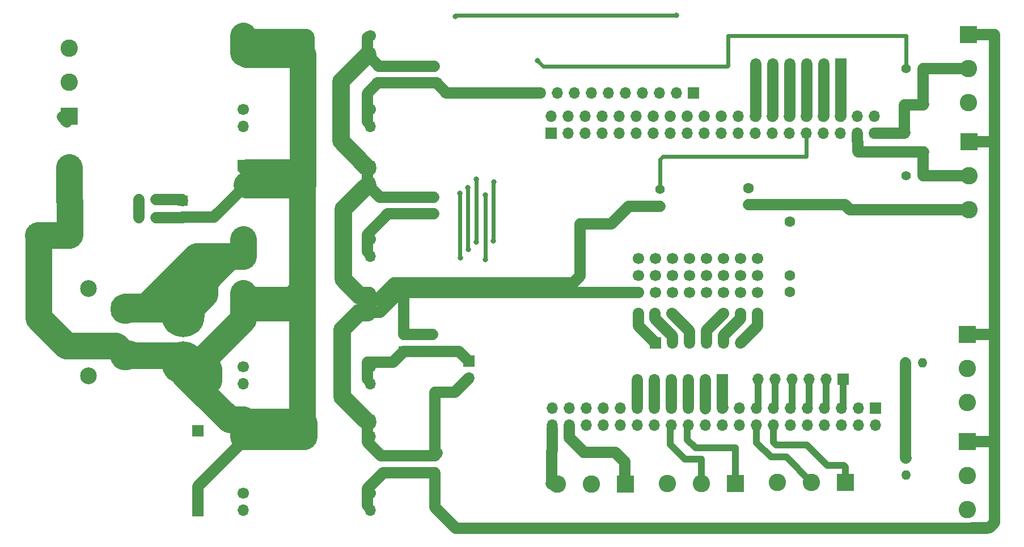
<source format=gbl>
G04 #@! TF.GenerationSoftware,KiCad,Pcbnew,(5.1.4-0-10_14)*
G04 #@! TF.CreationDate,2019-12-13T09:04:00-05:00*
G04 #@! TF.ProjectId,Robot,526f626f-742e-46b6-9963-61645f706362,rev?*
G04 #@! TF.SameCoordinates,Original*
G04 #@! TF.FileFunction,Copper,L2,Bot*
G04 #@! TF.FilePolarity,Positive*
%FSLAX46Y46*%
G04 Gerber Fmt 4.6, Leading zero omitted, Abs format (unit mm)*
G04 Created by KiCad (PCBNEW (5.1.4-0-10_14)) date 2019-12-13 09:04:00*
%MOMM*%
%LPD*%
G04 APERTURE LIST*
%ADD10O,1.700000X1.700000*%
%ADD11R,1.700000X1.700000*%
%ADD12C,6.400000*%
%ADD13C,2.500000*%
%ADD14C,4.500000*%
%ADD15O,1.400000X1.400000*%
%ADD16C,1.400000*%
%ADD17C,1.600000*%
%ADD18R,1.600000X1.600000*%
%ADD19C,1.700000*%
%ADD20C,2.600000*%
%ADD21R,2.600000X2.600000*%
%ADD22C,0.800000*%
%ADD23C,1.700000*%
%ADD24C,2.600000*%
%ADD25C,1.000000*%
%ADD26C,0.600000*%
%ADD27C,4.000000*%
G04 APERTURE END LIST*
D10*
X46860000Y-40600000D03*
X49400000Y-40600000D03*
X51940000Y-40600000D03*
X54480000Y-40600000D03*
X57020000Y-40600000D03*
D11*
X59560000Y-40600000D03*
X3674000Y-37879000D03*
D10*
X3674000Y-40419000D03*
D11*
X-36760000Y-60240000D03*
X-36760000Y-48240000D03*
D12*
X-38990000Y-38070000D03*
X-38990000Y-31070000D03*
D13*
X-53090000Y-40030000D03*
X-53090000Y-27030000D03*
D14*
X-47590000Y-37030000D03*
X-47590000Y-30030000D03*
D15*
X-45540000Y-13750000D03*
D16*
X-43000000Y-13750000D03*
D15*
X-43030000Y-16450000D03*
D16*
X-45570000Y-16450000D03*
D17*
X-39020000Y-16390000D03*
D18*
X-39020000Y-13890000D03*
D10*
X16140000Y-47410000D03*
X16140000Y-44870000D03*
X18680000Y-47410000D03*
X18680000Y-44870000D03*
X21220000Y-47410000D03*
X21220000Y-44870000D03*
X23760000Y-47410000D03*
X23760000Y-44870000D03*
X26300000Y-47410000D03*
X26300000Y-44870000D03*
X28840000Y-47410000D03*
X28840000Y-44870000D03*
X31380000Y-47410000D03*
X31380000Y-44870000D03*
X33920000Y-47410000D03*
X33920000Y-44870000D03*
X36460000Y-47410000D03*
X36460000Y-44870000D03*
X39000000Y-47410000D03*
X39000000Y-44870000D03*
X41540000Y-47410000D03*
X41540000Y-44870000D03*
X44080000Y-47410000D03*
X44080000Y-44870000D03*
X46620000Y-47410000D03*
X46620000Y-44870000D03*
X49160000Y-47410000D03*
X49160000Y-44870000D03*
X51700000Y-47410000D03*
X51700000Y-44870000D03*
X54240000Y-47410000D03*
X54240000Y-44870000D03*
X56780000Y-47410000D03*
X56780000Y-44870000D03*
X59320000Y-47410000D03*
X59320000Y-44870000D03*
X61860000Y-47410000D03*
X61860000Y-44870000D03*
X64400000Y-47410000D03*
D11*
X64400000Y-44870000D03*
D10*
X64260000Y-1300000D03*
X64260000Y-3840000D03*
X61720000Y-1300000D03*
X61720000Y-3840000D03*
X59180000Y-1300000D03*
X59180000Y-3840000D03*
X56640000Y-1300000D03*
X56640000Y-3840000D03*
X54100000Y-1300000D03*
X54100000Y-3840000D03*
X51560000Y-1300000D03*
X51560000Y-3840000D03*
X49020000Y-1300000D03*
X49020000Y-3840000D03*
X46480000Y-1300000D03*
X46480000Y-3840000D03*
X43940000Y-1300000D03*
X43940000Y-3840000D03*
X41400000Y-1300000D03*
X41400000Y-3840000D03*
X38860000Y-1300000D03*
X38860000Y-3840000D03*
X36320000Y-1300000D03*
X36320000Y-3840000D03*
X33780000Y-1300000D03*
X33780000Y-3840000D03*
X31240000Y-1300000D03*
X31240000Y-3840000D03*
X28700000Y-1300000D03*
X28700000Y-3840000D03*
X26160000Y-1300000D03*
X26160000Y-3840000D03*
X23620000Y-1300000D03*
X23620000Y-3840000D03*
X21080000Y-1300000D03*
X21080000Y-3840000D03*
X18540000Y-1300000D03*
X18540000Y-3840000D03*
X16000000Y-1300000D03*
D11*
X16000000Y-3840000D03*
D17*
X-5900000Y6200000D03*
D18*
X-5900000Y3700000D03*
D15*
X68932540Y-54897020D03*
D16*
X68932540Y-52357020D03*
D15*
X71440000Y-38150000D03*
D16*
X68900000Y-38150000D03*
D15*
X71540000Y-10200000D03*
D16*
X69000000Y-10200000D03*
D15*
X71540000Y5800000D03*
D16*
X69000000Y5800000D03*
D19*
X-11000000Y-250000D03*
D10*
X-11000000Y-2790000D03*
X-30000000Y-2790000D03*
D19*
X-30000000Y-250000D03*
D10*
X-11000000Y8210000D03*
D19*
X-11000000Y10750000D03*
D10*
X-30000000Y8210000D03*
D11*
X-30000000Y10750000D03*
D19*
X-11000000Y-19653500D03*
D10*
X-11000000Y-22193500D03*
X-30000000Y-22193500D03*
D19*
X-30000000Y-19653500D03*
D10*
X-11000000Y-11193500D03*
D19*
X-11000000Y-8653500D03*
D10*
X-30000000Y-11193500D03*
D11*
X-30000000Y-8653500D03*
D19*
X-11000000Y-38700000D03*
D10*
X-11000000Y-41240000D03*
X-30000000Y-41240000D03*
D19*
X-30000000Y-38700000D03*
D10*
X-11000000Y-30240000D03*
D19*
X-11000000Y-27700000D03*
D10*
X-30000000Y-30240000D03*
D11*
X-30000000Y-27700000D03*
D19*
X-11000000Y-57600000D03*
D10*
X-11000000Y-60140000D03*
X-30000000Y-60140000D03*
D19*
X-30000000Y-57600000D03*
D10*
X-11000000Y-49140000D03*
D19*
X-11000000Y-46600000D03*
D10*
X-30000000Y-49140000D03*
D11*
X-30000000Y-46600000D03*
D19*
X46780000Y-30780000D03*
X44240000Y-30780000D03*
X41700000Y-30780000D03*
X34000000Y-30780000D03*
X31500000Y-30780000D03*
X29000000Y-30780000D03*
X46780000Y-27580000D03*
X44240000Y-27580000D03*
X41700000Y-27580000D03*
X39160000Y-27580000D03*
X36620000Y-27580000D03*
X34080000Y-27580000D03*
X31540000Y-27580000D03*
X29000000Y-27580000D03*
X46780000Y-25040000D03*
X44240000Y-25040000D03*
X41700000Y-25040000D03*
X39160000Y-25040000D03*
X36620000Y-25040000D03*
X34080000Y-25040000D03*
X31540000Y-25040000D03*
X29000000Y-25040000D03*
X46780000Y-22500000D03*
X44240000Y-22500000D03*
X41700000Y-22500000D03*
X39160000Y-22500000D03*
X36620000Y-22500000D03*
X34080000Y-22500000D03*
X31540000Y-22500000D03*
X29000000Y-22500000D03*
D15*
X32222440Y-14759940D03*
D16*
X32222440Y-12219940D03*
D10*
X28801360Y-40619220D03*
X31341360Y-40619220D03*
X33881360Y-40619220D03*
X36421360Y-40619220D03*
X38961360Y-40619220D03*
D11*
X41501360Y-40619220D03*
D10*
X46500000Y6500000D03*
X49040000Y6500000D03*
X51580000Y6500000D03*
X54120000Y6500000D03*
X56660000Y6500000D03*
D11*
X59200000Y6500000D03*
D17*
X-5900420Y-13372460D03*
D18*
X-5900420Y-15872460D03*
D17*
X-6075680Y-33913440D03*
D18*
X-6075680Y-36413440D03*
D17*
X-6050280Y-52026180D03*
D18*
X-6050280Y-54526180D03*
D17*
X-1430000Y6180000D03*
X-1430000Y3680000D03*
X-1513840Y-13372460D03*
X-1513840Y-15872460D03*
X-1699260Y-33913440D03*
X-1699260Y-36413440D03*
X-1402080Y-51995700D03*
X-1402080Y-54495700D03*
X51648360Y-27544400D03*
X51648360Y-25044400D03*
X51650900Y-14492600D03*
X51650900Y-16992600D03*
X45400000Y-14500000D03*
X45400000Y-12000000D03*
D20*
X-56000000Y-8920000D03*
X-56000000Y-14000000D03*
D21*
X-56000000Y-19080000D03*
D20*
X-56000000Y8860000D03*
X-56000000Y3780000D03*
D21*
X-56000000Y-1300000D03*
D20*
X33290000Y-56150000D03*
X38370000Y-56150000D03*
D21*
X43450000Y-56150000D03*
D20*
X49790000Y-56000000D03*
X54870000Y-56000000D03*
D21*
X59950000Y-56000000D03*
D20*
X78150000Y-60010000D03*
X78150000Y-54930000D03*
D21*
X78150000Y-49850000D03*
D20*
X78100000Y-44010000D03*
X78100000Y-38930000D03*
D21*
X78100000Y-33850000D03*
D20*
X78350000Y-15260000D03*
X78350000Y-10180000D03*
D21*
X78350000Y-5100000D03*
D20*
X78300000Y740000D03*
X78300000Y5820000D03*
D21*
X78300000Y10900000D03*
D10*
X14390000Y2160000D03*
X16930000Y2160000D03*
X19470000Y2160000D03*
X22010000Y2160000D03*
X24550000Y2160000D03*
X27090000Y2160000D03*
X29630000Y2160000D03*
X32170000Y2160000D03*
X34710000Y2160000D03*
D11*
X37250000Y2160000D03*
D20*
X16920000Y-56200000D03*
X22000000Y-56200000D03*
D21*
X27080000Y-56200000D03*
D10*
X44250000Y-35150000D03*
X41710000Y-35150000D03*
X39170000Y-35150000D03*
X36630000Y-35150000D03*
X34090000Y-35150000D03*
D11*
X31550000Y-35150000D03*
D22*
X34700000Y13770000D03*
X1660000Y13600000D03*
X13950000Y6990000D03*
X7410000Y-11080000D03*
X7370000Y-19900000D03*
X6170000Y-22730000D03*
X6160000Y-13030000D03*
X4820000Y-20060000D03*
X4810000Y-10690000D03*
X3560000Y-11980000D03*
X3570000Y-21190000D03*
X2360000Y-12790000D03*
X2430000Y-22460000D03*
D23*
X-11500000Y10450000D02*
X-11500000Y7910000D01*
X-11500000Y-8953500D02*
X-11500000Y-11493500D01*
X-11500000Y-28000000D02*
X-11500000Y-30540000D01*
X-11500000Y-46900000D02*
X-11500000Y-49440000D01*
D24*
X-12702081Y-30540000D02*
X-15250000Y-33087919D01*
X-11500000Y-30540000D02*
X-12702081Y-30540000D01*
X-15250000Y-33087919D02*
X-15250000Y-43150000D01*
X-15250000Y-43150000D02*
X-11500000Y-46900000D01*
X-12702081Y-28000000D02*
X-15100000Y-25602081D01*
X-11500000Y-28000000D02*
X-12702081Y-28000000D01*
X-15100000Y-15093500D02*
X-11500000Y-11493500D01*
X-15100000Y-25602081D02*
X-15100000Y-15093500D01*
X-12349999Y-8103501D02*
X-12349999Y-8050001D01*
X-11500000Y-8953500D02*
X-12349999Y-8103501D01*
X-12349999Y-8050001D02*
X-15450000Y-4950000D01*
X-15450000Y3960000D02*
X-11500000Y7910000D01*
X-15450000Y-4950000D02*
X-15450000Y3960000D01*
D23*
X45407400Y-14492600D02*
X45400000Y-14500000D01*
X51650900Y-14492600D02*
X45407400Y-14492600D01*
X-11080000Y-27580000D02*
X-11500000Y-28000000D01*
X29000000Y-27580000D02*
X-6655480Y-27580000D01*
X-9615480Y-30540000D02*
X-11500000Y-30540000D01*
X-6655480Y-27580000D02*
X-9615480Y-30540000D01*
X20310000Y-25115360D02*
X19250660Y-26174700D01*
X19250660Y-26174700D02*
X-7513320Y-26174700D01*
X-7513320Y-26174700D02*
X-10241280Y-28902660D01*
X-10597340Y-28902660D02*
X-11500000Y-28000000D01*
X-10241280Y-28902660D02*
X-10597340Y-28902660D01*
X-6075680Y-28159800D02*
X-6655480Y-27580000D01*
X-6075680Y-33913440D02*
X-6075680Y-28159800D01*
X-1699260Y-33913440D02*
X-6075680Y-33913440D01*
X-9621040Y-13372460D02*
X-11500000Y-11493500D01*
X-5900420Y-13372460D02*
X-9621040Y-13372460D01*
X-5900420Y-13372460D02*
X-1513840Y-13372460D01*
X-11500000Y-49440000D02*
X-11500000Y-49934980D01*
X-9408800Y-52026180D02*
X-6050280Y-52026180D01*
X-11500000Y-49934980D02*
X-9408800Y-52026180D01*
X-1432560Y-52026180D02*
X-1402080Y-51995700D01*
X-6050280Y-52026180D02*
X-1432560Y-52026180D01*
X-9790000Y6200000D02*
X-11500000Y7910000D01*
X-5900000Y6200000D02*
X-9790000Y6200000D01*
X32222440Y-14759940D02*
X27614880Y-14759940D01*
X24973440Y-17401380D02*
X20310000Y-17401380D01*
X27614880Y-14759940D02*
X24973440Y-17401380D01*
X20310000Y-17401380D02*
X20310000Y-25115360D01*
X-1008380Y-51602000D02*
X-1402080Y-51995700D01*
X-1402080Y-51995700D02*
X-1402080Y-42496420D01*
X-1450000Y6200000D02*
X-1430000Y6180000D01*
X-5900000Y6200000D02*
X-1450000Y6200000D01*
X59808740Y-14492600D02*
X51650900Y-14492600D01*
X78350000Y-15260000D02*
X60576140Y-15260000D01*
X60576140Y-15260000D02*
X59808740Y-14492600D01*
X1596580Y-42496420D02*
X3674000Y-40419000D01*
X-1402080Y-42496420D02*
X1596580Y-42496420D01*
X54825900Y-55955900D02*
X54870000Y-56000000D01*
D25*
X46620000Y-47410000D02*
X46620000Y-50020000D01*
X46620000Y-50020000D02*
X48800000Y-52200000D01*
X51070000Y-52200000D02*
X54870000Y-56000000D01*
X48800000Y-52200000D02*
X51070000Y-52200000D01*
X33780000Y-47540000D02*
X33780000Y-50317940D01*
X33780000Y-50317940D02*
X35938460Y-52476400D01*
X35938460Y-52476400D02*
X38326060Y-52476400D01*
X38370000Y-52520340D02*
X38370000Y-56150000D01*
X38326060Y-52476400D02*
X38370000Y-52520340D01*
D23*
X36421360Y-44831360D02*
X36460000Y-44870000D01*
X36421360Y-40619220D02*
X36421360Y-44831360D01*
X39000000Y-44900000D02*
X39038640Y-44938640D01*
X38961360Y-44831360D02*
X39000000Y-44870000D01*
X38961360Y-40619220D02*
X38961360Y-44831360D01*
X-11500000Y-38000000D02*
X-11500000Y-40540000D01*
X-1699260Y-36413440D02*
X-6075680Y-36413440D01*
X-7662240Y-38000000D02*
X-6075680Y-36413440D01*
X-11500000Y-38000000D02*
X-7662240Y-38000000D01*
X2208440Y-36413440D02*
X3674000Y-37879000D01*
X-1699260Y-36413440D02*
X2208440Y-36413440D01*
X31341360Y-44831360D02*
X31380000Y-44870000D01*
X31341360Y-40619220D02*
X31341360Y-44831360D01*
X33881360Y-44831360D02*
X33920000Y-44870000D01*
X33881360Y-40619220D02*
X33881360Y-44831360D01*
X41561360Y-44761360D02*
X41600000Y-44800000D01*
X41501360Y-44831360D02*
X41540000Y-44870000D01*
X41501360Y-40619220D02*
X41501360Y-44831360D01*
X46780000Y-32620000D02*
X44250000Y-35150000D01*
X46780000Y-30780000D02*
X46780000Y-32620000D01*
X44240000Y-30780000D02*
X44240000Y-31507880D01*
X41710000Y-34037880D02*
X41710000Y-35150000D01*
X44240000Y-31507880D02*
X41710000Y-34037880D01*
X39170000Y-33310000D02*
X39170000Y-35150000D01*
X41700000Y-30780000D02*
X39170000Y-33310000D01*
X36630000Y-33410000D02*
X36630000Y-35150000D01*
X34000000Y-30780000D02*
X36630000Y-33410000D01*
X34090000Y-34099998D02*
X34090000Y-35150000D01*
X31500000Y-30780000D02*
X31500000Y-31509998D01*
X31500000Y-31509998D02*
X34090000Y-34099998D01*
D26*
X32222440Y-12219940D02*
X32222440Y-7726680D01*
X32222440Y-7726680D02*
X32677100Y-7272020D01*
X32677100Y-7272020D02*
X54086760Y-7272020D01*
X54086760Y-3853240D02*
X54100000Y-3840000D01*
X54086760Y-7272020D02*
X54086760Y-3853240D01*
D23*
X78280000Y5800000D02*
X78300000Y5820000D01*
X71540000Y5800000D02*
X78280000Y5800000D01*
X71540000Y390000D02*
X71540000Y5800000D01*
X71527919Y377919D02*
X71540000Y390000D01*
X68680000Y-3850000D02*
X68800000Y-3730000D01*
X65472081Y-3850000D02*
X68680000Y-3850000D01*
X64260000Y-3840000D02*
X65462081Y-3840000D01*
X65462081Y-3840000D02*
X65472081Y-3850000D01*
X71497919Y377919D02*
X71580000Y460000D01*
X68700000Y-3850000D02*
X68700000Y377919D01*
X68700000Y377919D02*
X71497919Y377919D01*
X78330000Y-10200000D02*
X78350000Y-10180000D01*
X71540000Y-10200000D02*
X78330000Y-10200000D01*
X71540000Y-6690000D02*
X71540000Y-10200000D01*
X61900000Y-6650000D02*
X71620000Y-6650000D01*
X61750000Y-6500000D02*
X61900000Y-6650000D01*
X61750000Y-5072081D02*
X61750000Y-6500000D01*
X61720000Y-3840000D02*
X61720000Y-5042081D01*
X61720000Y-5042081D02*
X61750000Y-5072081D01*
X-11500000Y-18953500D02*
X-11500000Y-21493500D01*
X-8418960Y-15872460D02*
X-11500000Y-18953500D01*
X-5900420Y-15872460D02*
X-8418960Y-15872460D01*
X-5900420Y-15872460D02*
X-1513840Y-15872460D01*
X-11500000Y450000D02*
X-11500000Y-2090000D01*
X-5900000Y3700000D02*
X-9901700Y3700000D01*
X-11500000Y2101700D02*
X-11500000Y450000D01*
X-9901700Y3700000D02*
X-11500000Y2101700D01*
X350000Y2160000D02*
X14390000Y2160000D01*
X-1450000Y3700000D02*
X-1430000Y3680000D01*
X-5900000Y3700000D02*
X-1450000Y3700000D01*
X-1170000Y3680000D02*
X350000Y2160000D01*
X-1430000Y3680000D02*
X-1170000Y3680000D01*
X-11500000Y-56900000D02*
X-11500000Y-59440000D01*
X-9126180Y-54526180D02*
X-11500000Y-56900000D01*
X-6050280Y-54526180D02*
X-9126180Y-54526180D01*
X-1432560Y-54526180D02*
X-1402080Y-54495700D01*
X-6050280Y-54526180D02*
X-1432560Y-54526180D01*
X78300000Y10900000D02*
X82150000Y10900000D01*
X82150000Y10900000D02*
X82150000Y-5100000D01*
X82150000Y-5100000D02*
X78350000Y-5100000D01*
X78100000Y-33850000D02*
X81700000Y-33850000D01*
X82150000Y-33400000D02*
X81700000Y-33850000D01*
X82150000Y-5100000D02*
X82150000Y-33400000D01*
X82150000Y-33400000D02*
X82150000Y-49850000D01*
X82150000Y-49850000D02*
X78150000Y-49850000D01*
X82150000Y-62010000D02*
X82150000Y-49850000D01*
X81390000Y-62770000D02*
X82150000Y-62010000D01*
X78868002Y-62770000D02*
X81390000Y-62770000D01*
X78808002Y-62830000D02*
X78868002Y-62770000D01*
X81010000Y-62830000D02*
X81100000Y-62740000D01*
X1760000Y-62830000D02*
X81010000Y-62830000D01*
X-1402080Y-54495700D02*
X-1402080Y-59667920D01*
X-1402080Y-59667920D02*
X1760000Y-62830000D01*
X46500000Y-1280000D02*
X46480000Y-1300000D01*
X46500000Y6500000D02*
X46500000Y-1280000D01*
X49040000Y-1280000D02*
X49020000Y-1300000D01*
X49040000Y6500000D02*
X49040000Y-1280000D01*
X51580000Y-1280000D02*
X51560000Y-1300000D01*
X51580000Y6500000D02*
X51580000Y-1280000D01*
X54120000Y-1280000D02*
X54100000Y-1300000D01*
X54120000Y6500000D02*
X54120000Y-1280000D01*
X56660000Y-1280000D02*
X56640000Y-1300000D01*
X56660000Y6500000D02*
X56660000Y-1280000D01*
X59200000Y-1280000D02*
X59180000Y-1300000D01*
X59200000Y6500000D02*
X59200000Y-1280000D01*
D26*
X1830000Y13770000D02*
X1660000Y13600000D01*
X34700000Y13770000D02*
X1830000Y13770000D01*
D23*
X29000000Y-32600000D02*
X31550000Y-35150000D01*
X29000000Y-30780000D02*
X29000000Y-32600000D01*
X16000000Y-56160000D02*
X16090000Y-56250000D01*
X16090000Y-56250000D02*
X16090000Y-51290000D01*
X16140000Y-51200000D02*
X16140000Y-47870000D01*
X20800000Y-51521360D02*
X25577740Y-51521360D01*
X27000000Y-52800000D02*
X27000000Y-56272240D01*
X25543600Y-51521360D02*
X26800000Y-52777760D01*
X18680000Y-49385500D02*
X18680000Y-47410000D01*
X20800000Y-51400000D02*
X18664140Y-49264140D01*
D25*
X59888120Y-55938120D02*
X59950000Y-56000000D01*
X59950000Y-53700000D02*
X59950000Y-56000000D01*
X59650000Y-53400000D02*
X59950000Y-53700000D01*
X54200000Y-50400000D02*
X57200000Y-53400000D01*
X49600000Y-50400000D02*
X54200000Y-50400000D01*
X49160000Y-49960000D02*
X49600000Y-50400000D01*
X57200000Y-53400000D02*
X59650000Y-53400000D01*
X49160000Y-47410000D02*
X49160000Y-49960000D01*
X36320000Y-47540000D02*
X36320000Y-49601660D01*
X36320000Y-49601660D02*
X37566600Y-50848260D01*
X37566600Y-50848260D02*
X43474640Y-50848260D01*
X43474640Y-56125360D02*
X43450000Y-56150000D01*
X43474640Y-50848260D02*
X43474640Y-56125360D01*
D23*
X68900000Y-52324480D02*
X68932540Y-52357020D01*
X68900000Y-38150000D02*
X68900000Y-52324480D01*
D26*
X68970000Y5830000D02*
X68970000Y10770000D01*
X69000000Y5800000D02*
X68970000Y5830000D01*
X14870000Y6160000D02*
X14850000Y6140000D01*
X14870000Y6160000D02*
X14780000Y6160000D01*
X14780000Y6160000D02*
X13950000Y6990000D01*
X42310000Y6160000D02*
X14870000Y6160000D01*
X42370000Y6220000D02*
X42310000Y6160000D01*
X42370000Y10750000D02*
X42370000Y6220000D01*
X68970000Y10720000D02*
X68940000Y10750000D01*
X68940000Y10750000D02*
X42370000Y10750000D01*
D23*
X28801360Y-44831360D02*
X28840000Y-44870000D01*
X28801360Y-40619220D02*
X28801360Y-44831360D01*
X-39160000Y-13750000D02*
X-39020000Y-13890000D01*
X-43000000Y-13750000D02*
X-39160000Y-13750000D01*
X-45570000Y-13780000D02*
X-45540000Y-13750000D01*
X-45570000Y-16450000D02*
X-45570000Y-13780000D01*
X41380000Y-1280000D02*
X41400000Y-1300000D01*
X38840000Y-1280000D02*
X38860000Y-1300000D01*
X36300000Y-1280000D02*
X36320000Y-1300000D01*
X33760000Y-1280000D02*
X33780000Y-1300000D01*
X31220000Y-1280000D02*
X31240000Y-1300000D01*
D26*
X7410000Y-11080000D02*
X7370000Y-11120000D01*
X7370000Y-11120000D02*
X7370000Y-19900000D01*
X6170000Y-22730000D02*
X6170000Y-13040000D01*
X6170000Y-13040000D02*
X6160000Y-13030000D01*
X4820000Y-20060000D02*
X4810000Y-20050000D01*
X4810000Y-20050000D02*
X4810000Y-10690000D01*
X3560000Y-11980000D02*
X3560000Y-21180000D01*
X3560000Y-21180000D02*
X3570000Y-21190000D01*
X2360000Y-12790000D02*
X2380000Y-12810000D01*
X2380000Y-12810000D02*
X2380000Y-22410000D01*
X2380000Y-22410000D02*
X2430000Y-22460000D01*
D23*
X-29500000Y10450000D02*
X-29500000Y7910000D01*
X-29500000Y-8953500D02*
X-29500000Y-11493500D01*
X-29500000Y-28000000D02*
X-29500000Y-30540000D01*
X-29500000Y-46900000D02*
X-29500000Y-49440000D01*
D24*
X-21090000Y7910000D02*
X-21150000Y7850000D01*
X-21156500Y-11493500D02*
X-21150000Y-11500000D01*
X-21156500Y-30406500D02*
X-21290000Y-30540000D01*
D27*
X-21156500Y-30406500D02*
X-21156500Y-46893500D01*
D24*
X-21156500Y-46893500D02*
X-21163000Y-46900000D01*
X-23810000Y-30240000D02*
X-23810000Y-30540000D01*
X-26050000Y-28000000D02*
X-23810000Y-30240000D01*
X-29500000Y-28000000D02*
X-26050000Y-28000000D01*
X-21290000Y-30540000D02*
X-23810000Y-30540000D01*
X-23810000Y-30540000D02*
X-29500000Y-30540000D01*
X-23510000Y-11493500D02*
X-21956500Y-11493500D01*
D27*
X-29500000Y-11493500D02*
X-21956500Y-11493500D01*
X-21956500Y-11493500D02*
X-21156500Y-11493500D01*
D24*
X-23510000Y7910000D02*
X-22210000Y7910000D01*
D27*
X-29500000Y7910000D02*
X-22210000Y7910000D01*
X-22210000Y7910000D02*
X-21090000Y7910000D01*
D24*
X-26050000Y-8953500D02*
X-26046500Y-8950000D01*
X-29500000Y-8953500D02*
X-26050000Y-8953500D01*
X-26046500Y-8950000D02*
X-23350000Y-8950000D01*
X-20650000Y8150000D02*
X-21150000Y7650000D01*
X-20650000Y10450000D02*
X-20650000Y8150000D01*
X-29500000Y10450000D02*
X-20650000Y10450000D01*
D27*
X-21150000Y7850000D02*
X-21150000Y7650000D01*
X-21150000Y7650000D02*
X-21150000Y-11500000D01*
D24*
X-22900000Y-28000000D02*
X-21156500Y-26256500D01*
X-26050000Y-28000000D02*
X-22900000Y-28000000D01*
D27*
X-21156500Y-11493500D02*
X-21156500Y-26256500D01*
X-21156500Y-26256500D02*
X-21156500Y-30406500D01*
X-56000000Y-13900000D02*
X-55900000Y-14000000D01*
X-56000000Y-8920000D02*
X-56000000Y-13900000D01*
X-55900000Y-18980000D02*
X-56000000Y-19080000D01*
X-55900000Y-14000000D02*
X-55900000Y-18980000D01*
D24*
X-29500000Y-49440000D02*
X-28297919Y-49440000D01*
X-28297919Y-49440000D02*
X-28287919Y-49450000D01*
X-23703000Y-49440000D02*
X-21156500Y-46893500D01*
X-29500000Y-49440000D02*
X-23703000Y-49440000D01*
D27*
X-21163000Y-46900000D02*
X-29500000Y-46900000D01*
D23*
X-39080000Y-16450000D02*
X-39020000Y-16390000D01*
X-43030000Y-16450000D02*
X-39080000Y-16450000D01*
D27*
X-47600000Y-36750000D02*
X-47000000Y-36750000D01*
X-30450000Y-47050000D02*
X-30000000Y-46600000D01*
X-30000000Y-46600000D02*
X-30000000Y-49140000D01*
X-30000000Y-49140000D02*
X-20950000Y-49140000D01*
X-20950000Y-47113000D02*
X-21163000Y-46900000D01*
X-20950000Y-49140000D02*
X-20950000Y-47113000D01*
D23*
X-34396500Y-16390000D02*
X-29500000Y-11493500D01*
X-39020000Y-16390000D02*
X-34396500Y-16390000D01*
D27*
X-30000000Y8210000D02*
X-30000000Y10750000D01*
X-30000000Y-27700000D02*
X-30000000Y-30240000D01*
X-56000000Y-19080000D02*
X-60680000Y-19080000D01*
X-60680000Y-19080000D02*
X-60600000Y-19160000D01*
X-60600000Y-19160000D02*
X-60600000Y-31400000D01*
X-60600000Y-31400000D02*
X-56440000Y-35560000D01*
X-49060000Y-35560000D02*
X-47590000Y-37030000D01*
X-56440000Y-35560000D02*
X-49060000Y-35560000D01*
X-47590000Y-37030000D02*
X-46720000Y-37030000D01*
X-40030000Y-37030000D02*
X-38990000Y-38070000D01*
X-47590000Y-37030000D02*
X-40030000Y-37030000D01*
X-38990000Y-38070000D02*
X-38990000Y-39680000D01*
X-32070000Y-46600000D02*
X-30000000Y-46600000D01*
X-38990000Y-38070000D02*
X-36510000Y-38070000D01*
X-30000000Y-31560000D02*
X-30000000Y-30240000D01*
X-36510000Y-38070000D02*
X-30000000Y-31560000D01*
X-38990000Y-38070000D02*
X-36140000Y-38070000D01*
X-36140000Y-38070000D02*
X-35170000Y-39040000D01*
X-35170000Y-40700000D02*
X-36570000Y-42100000D01*
X-35170000Y-39040000D02*
X-35170000Y-40700000D01*
X-38990000Y-39680000D02*
X-36570000Y-42100000D01*
X-36570000Y-42100000D02*
X-32070000Y-46600000D01*
D23*
X-30000000Y-49140000D02*
X-30000000Y-49820000D01*
X-36760000Y-56580000D02*
X-36760000Y-60240000D01*
X-30000000Y-49820000D02*
X-36760000Y-56580000D01*
X-56300000Y-2100000D02*
X-57000000Y-1400000D01*
D27*
X-47600000Y-29750000D02*
X-44510000Y-29750000D01*
X-30000000Y-22193500D02*
X-30000000Y-19653500D01*
X-40030000Y-30030000D02*
X-38990000Y-31070000D01*
X-36953500Y-22193500D02*
X-36953500Y-23153500D01*
X-47590000Y-30030000D02*
X-43830000Y-30030000D01*
X-43830000Y-30030000D02*
X-40030000Y-30030000D01*
X-39810000Y-26010000D02*
X-43830000Y-30030000D01*
X-36953500Y-23153500D02*
X-39810000Y-26010000D01*
X-38990000Y-31070000D02*
X-38990000Y-29070000D01*
X-36953500Y-22193500D02*
X-32113500Y-22193500D01*
X-32113500Y-22193500D02*
X-30000000Y-22193500D01*
X-35800000Y-27880000D02*
X-38990000Y-31070000D01*
X-35800000Y-25880000D02*
X-35800000Y-27880000D01*
X-35800000Y-25880000D02*
X-32113500Y-22193500D01*
X-38990000Y-29070000D02*
X-35800000Y-25880000D01*
X-44790000Y-30030000D02*
X-36953500Y-22193500D01*
X-47590000Y-30030000D02*
X-44790000Y-30030000D01*
D25*
X46860000Y-44630000D02*
X46620000Y-44870000D01*
X46860000Y-40600000D02*
X46860000Y-44630000D01*
X49400000Y-40600000D02*
X49400000Y-44630000D01*
X51940000Y-44630000D02*
X51700000Y-44870000D01*
X51940000Y-40600000D02*
X51940000Y-44630000D01*
X54480000Y-44630000D02*
X54240000Y-44870000D01*
X54480000Y-40600000D02*
X54480000Y-44630000D01*
X57020000Y-44630000D02*
X56780000Y-44870000D01*
X57020000Y-40600000D02*
X57020000Y-44630000D01*
X59560000Y-44630000D02*
X59320000Y-44870000D01*
X59560000Y-40600000D02*
X59560000Y-44630000D01*
M02*

</source>
